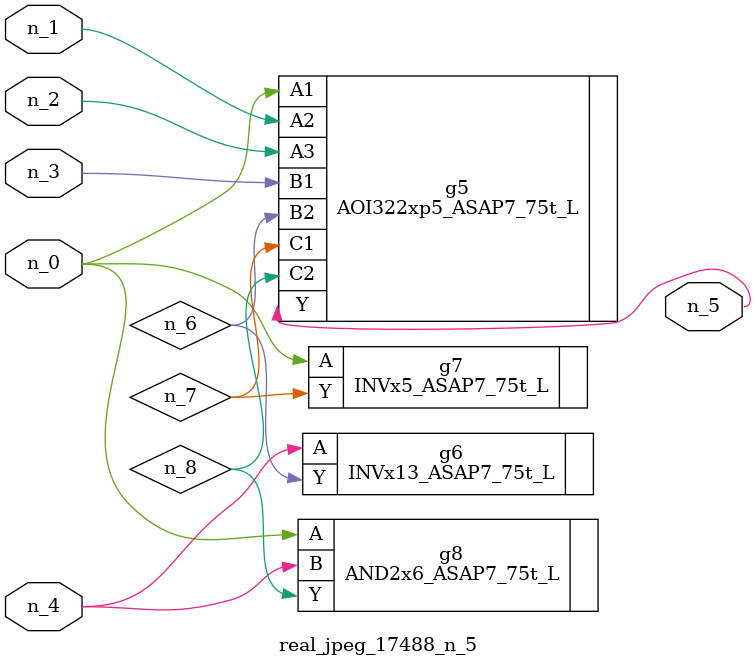
<source format=v>
module real_jpeg_17488_n_5 (n_4, n_0, n_1, n_2, n_3, n_5);

input n_4;
input n_0;
input n_1;
input n_2;
input n_3;

output n_5;

wire n_8;
wire n_6;
wire n_7;

AOI322xp5_ASAP7_75t_L g5 ( 
.A1(n_0),
.A2(n_1),
.A3(n_2),
.B1(n_3),
.B2(n_6),
.C1(n_7),
.C2(n_8),
.Y(n_5)
);

INVx5_ASAP7_75t_L g7 ( 
.A(n_0),
.Y(n_7)
);

AND2x6_ASAP7_75t_L g8 ( 
.A(n_0),
.B(n_4),
.Y(n_8)
);

INVx13_ASAP7_75t_L g6 ( 
.A(n_4),
.Y(n_6)
);


endmodule
</source>
